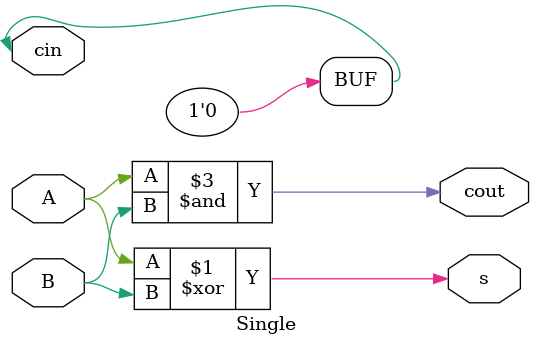
<source format=v>

module top_ripplebit(a,b,c,d,sum);
input [3:0]a,b,c,d;
reg Cin;
wire [2:0]C1,C2;
wire [4:0]CC; 
wire[4:0]sum1,sum2;
output [5:0]sum;

always@(*)
begin
Cin=0;
end
Single S1(a[0],b[0],Cin,sum1[0],C1[0]);
Single S2(a[1],b[1],C1[0],sum1[1],C1[1]);
Single S3(a[2],b[2],C1[1],sum1[2],C1[2]);
Single S4(a[3],b[3],C1[2],sum1[3],sum1[4]);

endmodule

module Single(A,B,cin,s,cout);
input A,B,cin;
output s,cout;

assign cin=1'b0;
assign s=A^B^cin;
assign cout=(A&B)|(B&cin)|(cin&A);


endmodule

</source>
